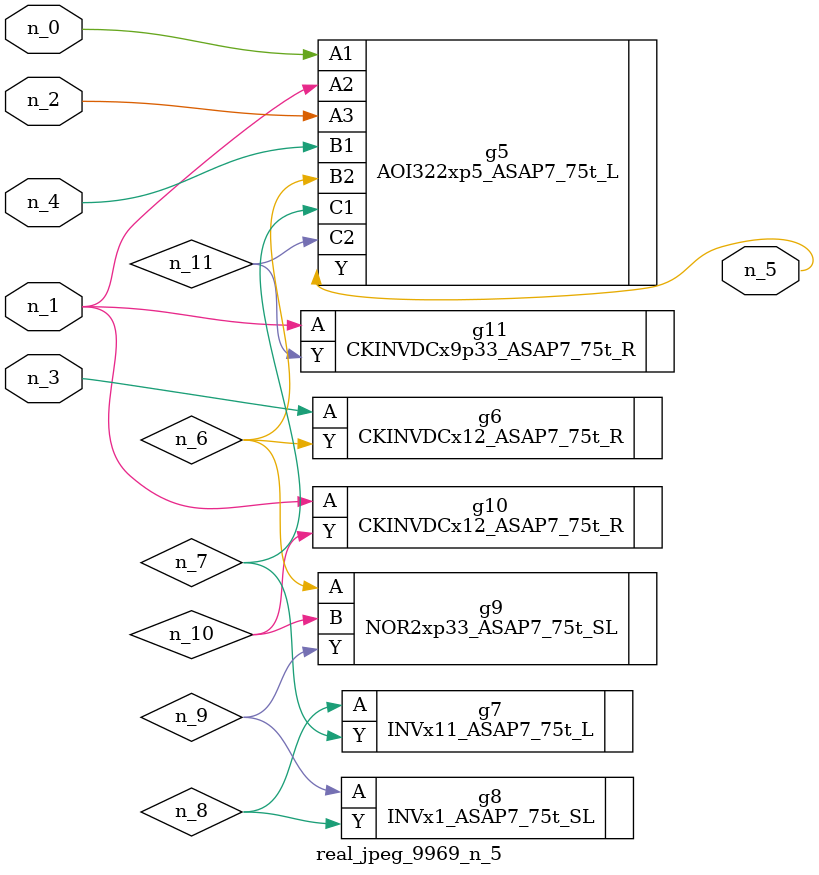
<source format=v>
module real_jpeg_9969_n_5 (n_4, n_0, n_1, n_2, n_3, n_5);

input n_4;
input n_0;
input n_1;
input n_2;
input n_3;

output n_5;

wire n_8;
wire n_11;
wire n_6;
wire n_7;
wire n_10;
wire n_9;

AOI322xp5_ASAP7_75t_L g5 ( 
.A1(n_0),
.A2(n_1),
.A3(n_2),
.B1(n_4),
.B2(n_6),
.C1(n_7),
.C2(n_11),
.Y(n_5)
);

CKINVDCx12_ASAP7_75t_R g10 ( 
.A(n_1),
.Y(n_10)
);

CKINVDCx9p33_ASAP7_75t_R g11 ( 
.A(n_1),
.Y(n_11)
);

CKINVDCx12_ASAP7_75t_R g6 ( 
.A(n_3),
.Y(n_6)
);

NOR2xp33_ASAP7_75t_SL g9 ( 
.A(n_6),
.B(n_10),
.Y(n_9)
);

INVx11_ASAP7_75t_L g7 ( 
.A(n_8),
.Y(n_7)
);

INVx1_ASAP7_75t_SL g8 ( 
.A(n_9),
.Y(n_8)
);


endmodule
</source>
